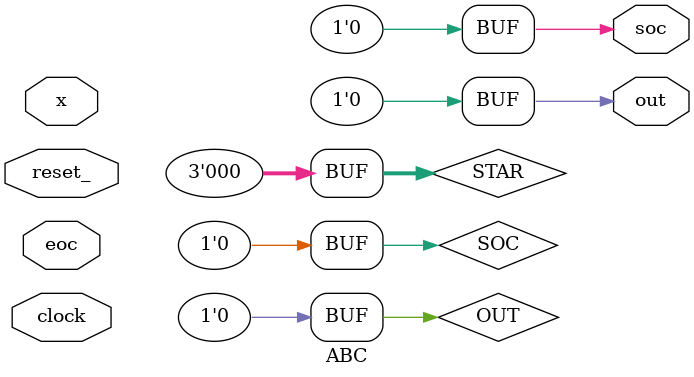
<source format=v>
module ABC (
    x,
    soc, eoc,
    out,
    clock, reset_
);

    input [7:0] x;
    output soc;
    input eoc;
    
    output out;
    
    input clock, reset_;

    reg SOC;
    assign soc = SOC;

    reg OUT;
    assign out = OUT;
    
    reg [7:0] X2, X1, X0;
    
    reg [2:0] STAR;
    localparam
        S0 = 0,
        S1 = 1,
        S2 = 2,
        S3 = 3,
        S_read0 = 4,
        S_read1 = 5,
        S_read2 = 6;

    reg [2:0] MJR;

    always @(reset_ == 0) #1 begin
        OUT = 0;
        SOC = 0;
        STAR = S0;
    end

    always @(posedge clock) if(reset_ == 1) #3 begin
        casex (STAR)
            S0: begin
                OUT <= 0;
                MJR <= S1; 
                STAR <= S_read0;
            end
            S1: begin
                X2 <= X0;
                MJR <= S2;
                STAR <= S_read0;
            end
            S2: begin
                X1 <= X0;
                MJR <= S3;
                STAR <= S_read0;
            end
            S3: begin
                OUT <= ((X0 + X1 + X2) >= 164) ? 1 : 0;
                STAR <= S0;
            end
            
            // microsottoprogramma per l'acquisizione di un campione
            // il dato acquisito viene lasciato in X0
            S_read0: begin
                SOC <= 1; 
                STAR <= (eoc == 1'b0) ? S_read1 : S_read0;
            end
            S_read1: begin
                SOC <= 0; 
                STAR <= (eoc == 1'b1) ? S_read2 : S_read1;
            end
            S_read2: begin
                X0 <= x;
                STAR <= MJR;
            end
        endcase
    end

endmodule

</source>
